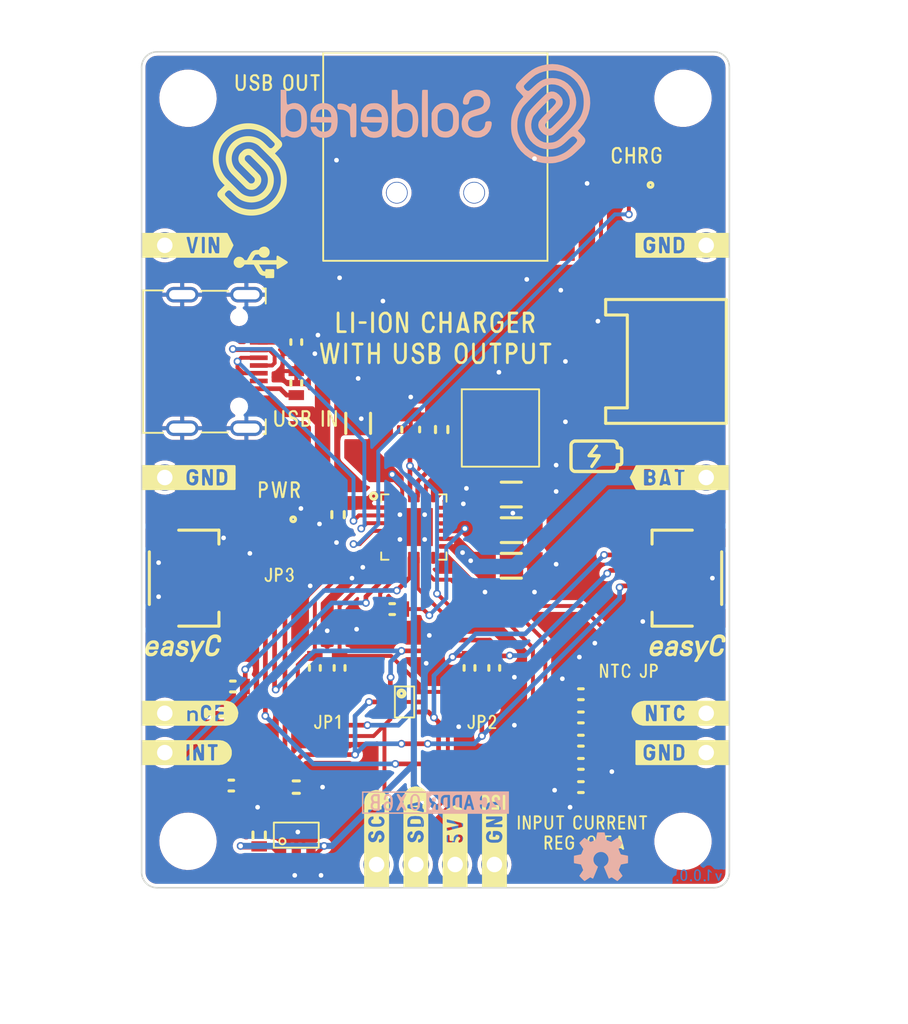
<source format=kicad_pcb>
(kicad_pcb (version 20210623) (generator pcbnew)
  (layers (0 "F.Cu" signal) (31 "B.Cu" signal) (34 "B.Paste" user) (35 "F.Paste" user) (36 "B.SilkS" user "B.Silkscreen") (37 "F.SilkS" user "F.Silkscreen") (38 "B.Mask" user) (39 "F.Mask" user) (44 "Edge.Cuts" user))
  (net 0 "")
  (net 1 "GND")
  (net 2 "VCC")
  (net 3 "PMID")
  (net 4 "REGN")
  (net 5 "Net-(C4-Pad2)")
  (net 6 "BAT")
  (net 7 "SYS")
  (net 8 "3V3")
  (net 9 "Net-(D1-Pad2)")
  (net 10 "Net-(D2-Pad1)")
  (net 11 "SCL_PULL5")
  (net 12 "SDA_PULL5")
  (net 13 "TS")
  (net 14 "Net-(JP2-Pad2)")
  (net 15 "SCL_PULL3,3")
  (net 16 "SDA_PULL3,3")
  (net 17 "ILIM")
  (net 18 "Net-(K4-PadA5)")
  (net 20 "Net-(K4-PadB5)")
  (net 22 "SCL3,3")
  (net 23 "SDA3,3")
  (net 24 "SDA5")
  (net 25 "SCL5")
  (net 26 "nCE")
  (net 27 "INT")
  (net 28 "Net-(K12-Pad2)")
  (net 29 "OTG")
  (net 30 "STAT")
  (net 31 "D+")
  (net 32 "D-")
  (net 33 "QON")
  (net 34 "BTST")
  (net 36 "Net-(JP4-Pad1)")
  (net 37 "Net-(JP5-Pad1)")
  (net 38 "Net-(JP6-Pad2)")
  (footprint "Soldered Graphics:Symbol-Front-USB" (layer "F.Cu") (at 97.7 99.6 -90)
    (fp_text reference "G***" hide)
    (fp_text value "LOGO" hide)
  )
  (footprint "e-radionica.com footprinti:SOT-363" (layer "F.Cu") (at 107 128)
    (fp_text reference "U1")
    (fp_text value "NMOS-DUAL")
  )
  (footprint "e-radionica.com footprinti:0603C" (layer "F.Cu") (at 109.4 110.4 90)
    (fp_text reference "C4")
    (fp_text value "CL10B473KO8NNNC")
  )
  (footprint "Soldered Graphics:Logo-Back-OSH-3.5mm" (layer "F.Cu") (at 119.7 138)
    (fp_text reference "G***" hide)
    (fp_text value "LOGO" hide)
  )
  (footprint "e-radionica.com footprinti:0603R" (layer "F.Cu") (at 100 107.4 90)
    (fp_text reference "R12")
    (fp_text value "5.1k")
  )
  (footprint "e-radionica.com footprinti:0603R" (layer "F.Cu") (at 101.2 125.8 90)
    (fp_text reference "R3")
    (fp_text value "10k")
  )
  (footprint "e-radionica.com footprinti:USB_A_FEMALE_CONECTOR" (layer "F.Cu") (at 109 99.5 180)
    (fp_text reference "K12")
    (fp_text value "USB_A_FEMALE_CONNECTOR")
  )
  (footprint "e-radionica.com footprinti:0603R" (layer "F.Cu") (at 100 104.75 -90)
    (fp_text reference "R14")
    (fp_text value "5.1k")
  )
  (footprint "e-radionica.com footprinti:0402LED" (layer "F.Cu") (at 98.9 115.6)
    (fp_text reference "D2")
    (fp_text value "purple")
  )
  (footprint "buzzardLabel" (layer "F.Cu") (at 128.4 113.5)
    (fp_text reference "")
    (fp_text value "")
  )
  (footprint "e-radionica.com footprinti:HEADER_MALE_4X1" (layer "F.Cu") (at 109 138.5 180)
    (fp_text reference "K6")
    (fp_text value "HEADER_MALE_4X1")
  )
  (footprint "e-radionica.com footprinti:U262-161N-4BVC11" (layer "F.Cu") (at 95.1 106 -90)
    (fp_text reference "K4")
    (fp_text value "U262-161N-4BVC11")
  )
  (footprint "e-radionica.com footprinti:0603R" (layer "F.Cu") (at 118.4 133.5 180)
    (fp_text reference "R15")
    (fp_text value "1k")
  )
  (footprint "buzzardLabel" (layer "F.Cu") (at 98.9 119.8)
    (fp_text reference "")
    (fp_text value "")
  )
  (footprint "e-radionica.com footprinti:SMD_JUMPER_3_PAD_TRACE" (layer "F.Cu") (at 112 128)
    (fp_text reference "JP3")
    (fp_text value "SMD_JUMPER_3_PAD_TRACE")
  )
  (footprint "buzzardLabel" (layer "F.Cu") (at 98.9 114.3)
    (fp_text reference "")
    (fp_text value "")
  )
  (footprint "e-radionica.com footprinti:BQ24295RGET" (layer "F.Cu") (at 107.6 116.7)
    (fp_text reference "U2")
    (fp_text value "BQ24295_RGET")
  )
  (footprint "e-radionica.com footprinti:SMD-JUMPER-CONNECTED_TRACE_SLODERMASK" (layer "F.Cu") (at 98.9 118.5)
    (fp_text reference "JP6")
    (fp_text value "SMD-JUMPER-CONNECTED_TRACE_SLODERMASK")
  )
  (footprint "e-radionica.com footprinti:0402LED" (layer "F.Cu") (at 122 94)
    (fp_text reference "D1")
    (fp_text value "red")
  )
  (footprint "Soldered Graphics:Logo-Front-easyC-5mm" (layer "F.Cu") (at 92.7 124.5)
    (fp_text reference "G***" hide)
    (fp_text value "LOGO" hide)
  )
  (footprint "e-radionica.com footprinti:FIDUCIAL_23" (layer "F.Cu") (at 109 90)
    (fp_text reference "FD1")
    (fp_text value "FIDUCIAL")
  )
  (footprint "e-radionica.com footprinti:SMD_JUMPER" (layer "F.Cu") (at 120 138.5 -90)
    (fp_text reference "JP5")
    (fp_text value "SMD_JUMPER")
  )
  (footprint "buzzardLabel" (layer "F.Cu") (at 109 105.5)
    (fp_text reference "")
    (fp_text value "")
  )
  (footprint "e-radionica.com footprinti:1206C" (layer "F.Cu") (at 104 110 -90)
    (fp_text reference "C2")
    (fp_text value "EMK316BB7226ML-T")
  )
  (footprint "e-radionica.com footprinti:HEADER_MALE_2X1" (layer "F.Cu") (at 126.5 130 -90)
    (fp_text reference "K1")
    (fp_text value "HEADER_MALE_2X1")
  )
  (footprint "e-radionica.com footprinti:HEADER_MALE_1X1" (layer "F.Cu") (at 91.5 98.5)
    (fp_text reference "K2")
    (fp_text value "HEADER_MALE_1X1")
  )
  (footprint "e-radionica.com footprinti:HOLE_3.2mm" (layer "F.Cu") (at 93 137)
    (fp_text reference "H1" hide)
    (fp_text value "HOLE_3.2mm" hide)
  )
  (footprint "buzzardLabel" (layer "F.Cu") (at 122 92.7)
    (fp_text reference "")
    (fp_text value "")
  )
  (footprint "e-radionica.com footprinti:HOLE_3.2mm" (layer "F.Cu") (at 93 89)
    (fp_text reference "H2" hide)
    (fp_text value "HOLE_3.2mm" hide)
  )
  (footprint "e-radionica.com footprinti:0402R" (layer "F.Cu") (at 122 95.5 180)
    (fp_text reference "R11")
    (fp_text value "2k2")
  )
  (footprint "e-radionica.com footprinti:JST-2pin-SMD" (layer "F.Cu") (at 123 106 -90)
    (fp_text reference "K7")
    (fp_text value "JST-2pin-SMD")
  )
  (footprint "e-radionica.com footprinti:easyC-connector" (layer "F.Cu") (at 124.7 120 -90)
    (fp_text reference "K5")
    (fp_text value "easyC-SMD")
  )
  (footprint "e-radionica.com footprinti:HEADER_MALE_1X1" (layer "F.Cu") (at 91.5 113.5)
    (fp_text reference "K3")
    (fp_text value "HEADER_MALE_1X1")
  )
  (footprint "buzzardLabel" (layer "F.Cu") (at 128.4 131.27)
    (fp_text reference "")
    (fp_text value "")
  )
  (footprint "buzzardLabel" (layer "F.Cu") (at 98.8 88)
    (fp_text reference "")
    (fp_text value "")
  )
  (footprint "e-radionica.com footprinti:0603R" (layer "F.Cu") (at 102.8 125.8 -90)
    (fp_text reference "R6")
    (fp_text value "10k")
  )
  (footprint "buzzardLabel" (layer "F.Cu") (at 118.5 135.8)
    (fp_text reference "")
    (fp_text value "")
  )
  (footprint "e-radionica.com footprinti:HOLE_3.2mm" (layer "F.Cu") (at 125 89)
    (fp_text reference "H4" hide)
    (fp_text value "HOLE_3.2mm" hide)
  )
  (footprint "buzzardLabel" (layer "F.Cu") (at 117 137.1)
    (fp_text reference "")
    (fp_text value "")
  )
  (footprint "buzzardLabel" (layer "F.Cu") (at 110.27 140.4 90)
    (fp_text reference "")
    (fp_text value "")
  )
  (footprint "e-radionica.com footprinti:1206C" (layer "F.Cu") (at 113.9 116.9 180)
    (fp_text reference "C7")
    (fp_text value "CL31B106MOHNNNE")
  )
  (footprint "buzzardLabel" (layer "F.Cu") (at 100.6 109.7)
    (fp_text reference "")
    (fp_text value "")
  )
  (footprint "buzzardLabel" (layer "F.Cu") (at 89.6 131.27)
    (fp_text reference "")
    (fp_text value "")
  )
  (footprint "e-radionica.com footprinti:easyC-connector" (layer "F.Cu") (at 93.3 120 90)
    (fp_text reference "K11")
    (fp_text value "easyC-SMD")
  )
  (footprint "e-radionica.com footprinti:HOLE_3.2mm" (layer "F.Cu") (at 125 137)
    (fp_text reference "H3" hide)
    (fp_text value "HOLE_3.2mm" hide)
  )
  (footprint "e-radionica.com footprinti:SRN5020TA-2R2M" (layer "F.Cu") (at 113.2 110.3)
    (fp_text reference "L1")
    (fp_text value "SRN5020TA__2R2M")
  )
  (footprint "buzzardLabel" (layer "F.Cu") (at 120 137.1)
    (fp_text reference "")
    (fp_text value "")
  )
  (footprint "buzzardLabel" (layer "F.Cu") (at 112 129.3)
    (fp_text reference "")
    (fp_text value "")
  )
  (footprint "e-radionica.com footprinti:0603R" (layer "F.Cu") (at 106.2 122 180)
    (fp_text reference "R10")
    (fp_text value "10k")
  )
  (footprint "e-radionica.com footprinti:0603R" (layer "F.Cu") (at 95.8 133.4 180)
    (fp_text reference "R9")
    (fp_text value "10k")
  )
  (footprint "e-radionica.com footprinti:HEADER_MALE_2X1" (layer "F.Cu") (at 91.5 130 -90)
    (fp_text reference "K10")
    (fp_text value "HEADER_MALE_2X1")
  )
  (footprint "e-radionica.com footprinti:SOT-23-5" (layer "F.Cu") (at 100 136.6 90)
    (fp_text reference "U3")
    (fp_text value "SE5218")
  )
  (footprint "Soldered Graphics:Logo-Back-SolderedFULL-20mm" (layer "F.Cu") (at 109 90)
    (fp_text reference "REF**" hide)
    (fp_text value "Logo-Front-SolderedFULL-20mm" hide)
  )
  (footprint "buzzardLabel" (layer "F.Cu") (at 128.4 128.73)
    (fp_text reference "")
    (fp_text value "")
  )
  (footprint "buzzardLabel" (layer "F.Cu") (at 89.6 128.73)
    (fp_text reference "")
    (fp_text value "")
  )
  (footprint "e-radionica.com footprinti:0603R" (layer "F.Cu") (at 118.4 132)
    (fp_text reference "R13")
    (fp_text value "150R")
  )
  (footprint "Soldered Graphics:Symbol-Front-Battery" (layer "F.Cu") (at 119.4 112.2)
    (fp_text reference "G***" hide)
    (fp_text value "LOGO" hide)
  )
  (footprint "e-radionica.com footprinti:0805C" (layer "F.Cu") (at 107.4 110.4 -90)
    (fp_text reference "C3")
    (fp_text value "GRM21BR71C475KE51K")
  )
  (footprint "e-radionica.com footprinti:0603R" (layer "F.Cu") (at 95.9 127 180)
    (fp_text reference "R8")
    (fp_text value "10k")
  )
  (footprint "buzzardLabel" (layer "F.Cu") (at 112.81 140.4 90)
    (fp_text reference "")
    (fp_text value "")
  )
  (footprint "buzzardLabel" (layer "F.Cu") (at 105.19 140.4 90)
    (fp_text reference "")
    (fp_text value "")
  )
  (footprint "e-radionica.com footprinti:0603R" (layer "F.Cu") (at 118.4 127.5 180)
    (fp_text reference "R5")
    (fp_text value "10k")
  )
  (footprint "Soldered Graphics:Logo-Front-easyC-5mm" (layer "F.Cu") (at 125.3 124.5)
    (fp_text reference "G***" hide)
    (fp_text value "LOGO" hide)
  )
  (footprint "e-radionica.com footprinti:1206C" (layer "F.Cu") (at 113.9 119.2 180)
    (fp_text reference "C5")
    (fp_text value "CL31B106MOHNNNE")
  )
  (footprint "buzzardLabel" (layer "F.Cu") (at 128.4 98.5)
    (fp_text reference "")
    (fp_text value "")
  )
  (footprint "buzzardLabel" (layer "F.Cu") (at 121.5 126)
    (fp_text reference "")
    (fp_text value "")
  )
  (footprint "Soldered Graphics:Logo-Front-Soldered-6mm" (layer "F.Cu") (at 97 93.6)
    (fp_text reference "G***" hide)
    (fp_text value "LOGO" hide)
  )
  (footprint "buzzardLabel" (layer "F.Cu") (at 107.73 140.4 90)
    (fp_text reference "")
    (fp_text value "")
  )
  (footprint "e-radionica.com footprinti:0603R" (layer "F.Cu") (at 118.4 129 180)
    (fp_text reference "R4")
    (fp_text value "33k")
  )
  (footprint "e-radionica.com footprinti:0603C" (layer "F.Cu") (at 97.6 136.6 -90)
    (fp_text reference "C8")
    (fp_text value "2.2uF")
  )
  (footprint "buzzardLabel" (layer "F.Cu") (at 102 129.3)
    (fp_text reference "")
    (fp_text value "")
  )
  (footprint "e-radionica.com footprinti:0603R" (layer "F.Cu") (at 118.4 130.5)
    (fp_text reference "R1")
    (fp_text value "5k")
  )
  (footprint "e-radionica.com footprinti:HEADER_MALE_1X1" (layer "F.Cu") (at 126.5 113.5)
    (fp_text reference "K8")
    (fp_text value "HEADER_MALE_1X1")
  )
  (footprint "e-radionica.com footprinti:HEADER_MALE_1X1" (layer "F.Cu") (at 126.5 98.5)
    (fp_text reference "K9")
    (fp_text value "HEADER_MALE_1X1")
  )
  (footprint "e-radionica.com footprinti:SMD_JUMPER_3_PAD_TRACE" (layer "F.Cu") (at 102 128)
    (fp_text reference "JP1")
    (fp_text value "SMD_JUMPER_3_PAD_TRACE")
  )
  (footprint "buzzardLabel" (layer "F.Cu") (at 89.6 113.5)
    (fp_text reference "")
    (fp_text value "")
  )
  (footprint "buzzardLabel" (layer "F.Cu") (at 89.6 98.5)
    (fp_text reference "")
    (fp_text value "")
  )
  (footprint "e-radionica.com footprinti:0603R" (layer "F.Cu") (at 112.8 125.8 90)
    (fp_text reference "R2")
    (fp_text value "10k")
  )
  (footprint "e-radionica.com footprinti:0603C" (layer "F.Cu") (at 102.7 115.9 90)
    (fp_text reference "C1")
    (fp_text value "CL10B105KO8NNNL")
  )
  (footprint "e-radionica.com footprinti:1206C" (layer "F.Cu") (at 113.9 114.6 180)
    (fp_text reference "C6")
    (fp_text value "CL31B106MOHNNNE")
  )
  (footprint "e-radionica.com footprinti:0402R" (layer "F.Cu") (at 98.9 116.9 180)
    (fp_text reference "R16")
    (fp_text value "2k2")
  )
  (footprint "e-radionica.com footprinti:0603C" (layer "F.Cu") (at 100 133.5 180)
    (fp_text reference "C9")
    (fp_text value "2.2uF")
  )
  (footprint "e-radionica.com footprinti:0603R" (layer "F.Cu") (at 111.2 125.8 -90)
    (fp_text reference "R7")
    (fp_text value "10k")
  )
  (footprint "e-radionica.com footprinti:SMD_JUMPER_CONNECTED" (layer "F.Cu") (at 117 138.5 -90)
    (fp_text reference "JP4")
    (fp_text value "SMD-JUMPER-CONNECTED")
  )
  (footprint "buzzardLabel" (layer "F.Cu") (at 109 103.5)
    (fp_text reference "")
    (fp_text value "")
  )
  (footprint "e-radionica.com footprinti:SMD-JUMPER-CONNECTED_TRACE_SLODERMASK" (layer "F.Cu") (at 121.5 127.2 180)
    (fp_text reference "JP2")
    (fp_text value "SMD-JUMPER-CONNECTED_TRACE_SLODERMASK")
  )
  (footprint "Soldered Graphics:Version1.0.0." (layer "B.Cu") (at 126 139.2 180)
    (fp_text reference "Ref**" hide)
    (fp_text value "Val**" hide)
  )
  (footprint "buzzardLabel" (layer "B.Cu") (at 106.4 134.5 180)
    (fp_text reference "")
    (fp_text value "")
  )
  (footprint "Soldered Graphics:Symbol-Front-I2C-ADDR-Field" (layer "B.Cu") (at 109 134.5 180)
    (fp_text reference "REF**" hide)
    (fp_text value "Symbol-Front-I2C-ADDR-Field" hide)
  )
  (gr_line (start 128 87) (end 128 139) (layer "Edge.Cuts") (width 0.1))
  (gr_line (start 91 86) (end 127 86) (layer "Edge.Cuts") (width 0.1))
  (gr_arc (start 91 87) (end 91 86) (angle -90) (layer "Edge.Cuts") (width 0.1))
  (gr_arc (start 91 139) (end 91 140) (angle 90) (layer "Edge.Cuts") (width 0.1))
  (gr_line (start 90 139) (end 90 87) (layer "Edge.Cuts") (width 0.1))
  (gr_line (start 127 140) (end 91 140) (layer "Edge.Cuts") (width 0.1))
  (gr_arc (start 127 139) (end 127 140) (angle -90) (layer "Edge.Cuts") (width 0.1))
  (gr_arc (start 127 87) (end 127 86) (angle 90) (layer "Edge.Cuts") (width 0.1))
  (via (at 119.3 124.2) (size 0.5) (drill 0.3) (layers "F.Cu" "B.Cu") (net 1))
  (via (at 115.4 120.9) (size 0.5) (drill 0.3) (layers "F.Cu" "B.Cu") (net 1))
  (via (at 118.8 94.5) (size 0.5) (drill 0.3) (layers "F.Cu" "B.Cu") (net 1))
  (via (at 106.7 117.5) (size 0.5) (drill 0.3) (layers "F.Cu" "B.Cu") (net 1))
  (via (at 107.4 108.3) (size 0.5) (drill 0.3) (layers "F.Cu" "B.Cu") (net 1))
  (via (at 95.3 117.4) (size 0.5) (drill 0.3) (layers "F.Cu" "B.Cu") (net 1))
  (via (at 102.6 93) (size 0.5) (drill 0.3) (layers "F.Cu" "B.Cu") (net 1))
  (via (at 99.9 139.2) (size 0.5) (drill 0.3) (layers "F.Cu" "B.Cu") (net 1))
  (via (at 111 114.2) (size 0.5) (drill 0.3) (layers "F.Cu" "B.Cu") (net 1))
  (via (at 114.1 126.4) (size 0.5) (drill 0.3) (layers "F.Cu" "B.Cu") (net 1))
  (via (at 110.5 129.6) (size 0.5) (drill 0.3) (layers "F.Cu" "B.Cu") (net 1))
  (via (at 91.1 121.2) (size 0.5) (drill 0.3) (layers "F.Cu" "B.Cu") (net 1))
  (via (at 108.3 117.5) (size 0.5) (drill 0.3) (layers "F.Cu" "B.Cu") (net 1))
  (via (at 102 123.4) (size 0.5) (drill 0.3) (layers "F.Cu" "B.Cu") (net 1))
  (via (at 113.1 106.7) (size 0.5) (drill 0.3) (layers "F.Cu" "B.Cu") (net 1))
  (via (at 106.7 115.9) (size 0.5) (drill 0.3) (layers "F.Cu" "B.Cu") (net 1))
  (via (at 117.4 109.9) (size 0.5) (drill 0.3) (layers "F.Cu" "B.Cu") (net 1))
  (via (at 100.1 136.4) (size 0.5) (drill 0.3) (layers "F.Cu" "B.Cu") (net 1))
  (via (at 101.5 116.5) (size 0.5) (drill 0.3) (layers "F.Cu" "B.Cu") (net 1))
  (via (at 104.3 119.3) (size 0.5) (drill 0.3) (layers "F.Cu" "B.Cu") (net 1))
  (via (at 110.8 115.2) (size 0.5) (drill 0.3) (layers "F.Cu" "B.Cu") (net 1))
  (via (at 105.6 102.1) (size 0.5) (drill 0.3) (layers "F.Cu" "B.Cu") (net 1))
  (via (at 103.9 123.3) (size 0.5) (drill 0.3) (layers "F.Cu" "B.Cu") (net 1))
  (via (at 100.9 120.5) (size 0.5) (drill 0.3) (layers "F.Cu" "B.Cu") (net 1))
  (via (at 118.3 125.1) (size 0.5) (drill 0.3) (layers "F.Cu" "B.Cu") (net 1))
  (via (at 101.7 133.5) (size 0.5) (drill 0.3) (layers "F.Cu" "B.Cu") (net 1))
  (via (at 117.1 101.4) (size 0.5) (drill 0.3) (layers "F.Cu" "B.Cu") (net 1))
  (via (at 119.5 103.4) (size 0.5) (drill 0.3) (layers "F.Cu" "B.Cu") (net 1))
  (via (at 114.1 129.5) (size 0.5) (drill 0.3) (layers "F.Cu" "B.Cu") (net 1))
  (via (at 100.3 115.5) (size 0.5) (drill 0.3) (layers "F.Cu" "B.Cu") (net 1))
  (via (at 112.2 120.9) (size 0.5) (drill 0.3) (layers "F.Cu" "B.Cu") (net 1))
  (via (at 116.8 112.7) (size 0.5) (drill 0.3) (layers "F.Cu" "B.Cu") (net 1))
  (via (at 102.8 100.6) (size 0.5) (drill 0.3) (layers "F.Cu" "B.Cu") (net 1))
  (via (at 108.4 125.5) (size 0.5) (drill 0.3) (layers "F.Cu" "B.Cu") (net 1))
  (via (at 101.6 139.2) (size 0.5) (drill 0.3) (layers "F.Cu" "B.Cu") (net 1))
  (via (at 104.2 109.7) (size 0.5) (drill 0.3) (layers "F.Cu" "B.Cu") (net 1))
  (via (at 114 115.8) (size 0.5) (drill 0.3) (layers "F.Cu" "B.Cu") (net 1))
  (via (at 117.7 134.8) (size 0.5) (drill 0.3) (layers "F.Cu" "B.Cu") (net 1))
  (via (at 91.1 119) (size 0.5) (drill 0.3) (layers "F.Cu" "B.Cu") (net 1))
  (via (at 117.2 126.5) (size 0.5) (drill 0.3) (layers "F.Cu" "B.Cu") (net 1))
  (via (at 116.8 114.4) (size 0.5) (drill 0.3) (layers "F.Cu" "B.Cu") (net 1))
  (via (at 101.4 104.3) (size 0.5) (drill 0.3) (layers "F.Cu" "B.Cu") (net 1))
  (via (at 117.4 106) (size 0.5) (drill 0.3) (layers "F.Cu" "B.Cu") (net 1))
  (via (at 103.6 120) (size 0.5) (drill 0.3) (layers "F.Cu" "B.Cu") (net 1))
  (via (at 116.8 119.1) (size 0.5) (drill 0.3) (layers "F.Cu" "B.Cu") (net 1))
  (via (at 116.7 133.7) (size 0.5) (drill 0.3) (layers "F.Cu" "B.Cu") (net 1))
  (via (at 114.9 100.7) (size 0.5) (drill 0.3) (layers "F.Cu" "B.Cu") (net 1))
  (via (at 122.4 122.8) (size 0.5) (drill 0.3) (layers "F.Cu" "B.Cu") (net 1))
  (via (at 108.6 123.7) (size 0.5) (drill 0.3) (layers "F.Cu" "B.Cu") (net 1))
  (via (at 108.3 115.9) (size 0.5) (drill 0.3) (layers "F.Cu" "B.Cu") (net 1))
  (via (at 97.5 134.8) (size 0.5) (drill 0.3) (layers "F.Cu" "B.Cu") (net 1))
  (via (at 120.4 132.5) (size 0.5) (drill 0.3) (layers "F.Cu" "B.Cu") (net 1))
  (via (at 126.9 120) (size 0.5) (drill 0.3) (layers "F.Cu" "B.Cu") (net 1))
  (via (at 97 118.4) (size 0.5) (drill 0.3) (layers "F.Cu" "B.Cu") (net 1))
  (via (at 102.6 117.7) (size 0.5) (drill 0.3) (layers "F.Cu" "B.Cu") (net 1))
  (via (at 104 107.1) (size 0.5) (drill 0.3) (layers "F.Cu" "B.Cu") (net 1))
  (via (at 115.4 92.9) (size 0.5) (drill 0.3) (layers "F.Cu" "B.Cu") (net 1))
  (via (at 101.2 105.5) (size 0.5) (drill 0.3) (layers "F.Cu" "B.Cu") (net 1))
  (segment (start 102.8 103.2) (end 102.8 106) (width 1) (layer "F.Cu") (net 2))
  (segment (start 101.7 114.17) (end 101.7 110.2) (width 1) (layer "F.Cu") (net 2))
  (segment (start 102.8 106) (end 101.7 107.1) (width 1) (layer "F.Cu") (net 2))
  (segment (start 91.5 98.5) (end 97 98.5) (width 1) (layer "F.Cu") (net 2))
  (segment (start 101.7 110.2) (end 101.7 110.1) (width 1) (layer "F.Cu") (net 2))
  (segment (start 97 98.5) (end 99.8 101.3) (width 1) (layer "F.Cu") (net 2))
  (segment (start 100.9 101.3) (end 102.8 103.2) (width 1) (layer "F.Cu") (net 2))
  (segment (start 99.8 101.3) (end 100.9 101.3) (width 1) (layer "F.Cu") (net 2))
  (segment (start 102.7 115.17) (end 101.7 114.17) (width 1) (layer "F.Cu") (net 2))
  (segment (start 101.7 107.1) (end 101.7 110.2) (width 1) (layer "F.Cu") (net 2))
  (segment (start 105.75 108.1) (end 112.5 101.35) (width 1) (layer "F.Cu") (net 3))
  (segment (start 97.6 137.33) (end 98.48 137.33) (width 0.4) (layer "F.Cu") (net 3))
  (segment (start 97.6 137.33) (end 96.43 137.33) (width 0.4) (layer "F.Cu") (net 3))
  (segment (start 100.95 137.9) (end 101.2 137.9) (width 0.254) (layer "F.Cu") (net 3))
  (segment (start 104.825 111.525) (end 105.75 110.6) (width 1) (layer "F.Cu") (net 3))
  (segment (start 98.48 137.33) (end 99.05 137.9) (width 0.4) (layer "F.Cu") (net 3))
  (segment (start 101.2 137.9) (end 101.8 137.3) (width 0.254) (layer "F.Cu") (net 3))
  (segment (start 112.5 101.35) (end 112.5 99.5) (width 1) (layer "F.Cu") (net 3))
  (segment (start 102.6 129.5) (end 102 128.9) (width 0.3) (layer "F.Cu") (net 3))
  (segment (start 104 111.525) (end 104.825 111.525) (width 1) (layer "F.Cu") (net 3))
  (segment (start 96.43 137.33) (end 96.4 137.3) (width 0.4) (layer "F.Cu") (net 3))
  (segment (start 102 128.9) (end 102 128) (width 0.3) (layer "F.Cu") (net 3))
  (segment (start 105.75 110.6) (end 105.75 108.1) (width 1) (layer "F.Cu") (net 3))
  (segment (start 104.6 129.5) (end 102.6 129.5) (width 0.3) (layer "F.Cu") (net 3))
  (via (at 101.8 137.3) (size 0.5) (drill 0.3) (layers "F.Cu" "B.Cu") (net 3))
  (via (at 104.6 129.5) (size 0.5) (drill 0.3) (layers "F.Cu" "B.Cu") (net 3))
  (via (at 96.4 137.3) (size 0.5) (drill 0.3) (layers "F.Cu" "B.Cu") (net 3))
  (via (at 106.2 113.3) (size 0.5) (drill 0.3) (layers "F.Cu" "B.Cu") (net 3))
  (segment (start 110.27 136.07) (end 107.7 133.5) (width 0.4) (layer "B.Cu") (net 3))
  (segment (start 107.6 114.7) (end 106.2 113.3) (width 0.4) (layer "B.Cu") (net 3))
  (segment (start 102.3 137.3) (end 107.6 132) (width 0.4) (layer "B.Cu") (net 3))
  (segment (start 110.27 138.5) (end 110.27 136.07) (width 0.4) (layer "B.Cu") (net 3))
  (segment (start 107.6 128.5) (end 107.6 114.7) (width 0.4) (layer "B.Cu") (net 3))
  (segment (start 107.6 132) (end 107.6 128.5) (width 0.4) (layer "B.Cu") (net 3))
  (segment (start 107.7 133.5) (end 107.6 133.4) (width 0.4) (layer "B.Cu") (net 3))
  (segment (start 96.4 137.3) (end 101.8 137.3) (width 0.4) (layer "B.Cu") (net 3))
  (segment (start 104.6 129.5) (end 106.6 129.5) (width 0.3) (layer "B.Cu") (net 3))
  (segment (start 106.6 129.5) (end 107.6 128.5) (width 0.3) (layer "B.Cu") (net 3))
  (segment (start 101.8 137.3) (end 102.3 137.3) (width 0.4) (layer "B.Cu") (net 3))
  (segment (start 107.6 133.4) (end 107.6 132) (width 0.4) (layer "B.Cu") (net 3))
  (segment (start 107.35 112.75) (end 107.35 111.425) (width 0.3) (layer "F.Cu") (net 4))
  (segment (start 109.1 121) (end 110.4 122.3) (width 0.254) (layer "F.Cu") (net 4))
  (segment (start 114.3 122.3) (end 116.1 124.1) (width 0.254) (layer "F.Cu") (net 4))
  (segment (start 116.1 129.9) (end 116.7 130.5) (width 0.254) (layer "F.Cu") (net 4))
  (segment (start 107.35 111.425) (end 107.3 111.375) (width 0.3) (layer "F.Cu") (net 4))
  (segment (start 116.7 130.5) (end 117.625 130.5) (width 0.254) (layer "F.Cu") (net 4))
  (segment (start 116.1 124.1) (end 116.1 129.9) (width 0.254) (layer "F.Cu") (net 4))
  (segment (start 110.4 122.3) (end 114.3 122.3) (width 0.254) (layer "F.Cu") (net 4))
  (segment (start 107.35 114.7125) (end 107.35 112.75) (width 0.3) (layer "F.Cu") (net 4))
  (via (at 109.1 121) (size 0.5) (drill 0.3) (layers "F.Cu" "B.Cu") (net 4))
  (via (at 107.35 112.75) (size 0.5) (drill 0.3) (layers "F.Cu" "B.Cu") (net 4))
  (segment (start 109.1 114.5) (end 107.35 112.75) (width 0.254) (layer "B.Cu") (net 4))
  (segment (start 109.1 121) (end 109.1 114.5) (width 0.254) (layer "B.Cu") (net 4))
  (segment (start 110.77 109.67) (end 111.4 110.3) (width 0.8) (layer "F.Cu") (net 5))
  (segment (start 109.4 109.67) (end 110.77 109.67) (width 0.8) (layer "F.Cu") (net 5))
  (segment (start 119.85 108.85) (end 119.85 107) (width 1) (layer "F.Cu") (net 6))
  (segment (start 124.5 113.5) (end 119.85 108.85) (width 1) (layer "F.Cu") (net 6))
  (segment (start 126.5 113.5) (end 124.5 113.5) (width 1) (layer "F.Cu") (net 6))
  (via (at 110.75 118.35) (size 0.5) (drill 0.3) (layers "F.Cu" "B.Cu") (net 6))
  (via (at 111.275 118.875) (size 0.5) (drill 0.3) (layers "F.Cu" "B.Cu") (net 6))
  (segment (start 111.65 119.25) (end 110.75 118.35) (width 1) (layer "B.Cu") (net 6))
  (segment (start 126.5 113.5) (end 119.9 113.5) (width 1) (layer "B.Cu") (net 6))
  (segment (start 119.9 113.5) (end 114.15 119.25) (width 1) (layer "B.Cu") (net 6))
  (segment (start 114.15 119.25) (end 111.65 119.25) (width 1) (layer "B.Cu") (net 6))
  (segment (start 112.375 116.9) (end 112.375 114.6) (width 1) (layer "F.Cu") (net 7))
  (segment (start 121.45 94) (end 120.9 94) (width 0.254) (layer "F.Cu") (net 7))
  (segment (start 115 104.9) (end 115 110.3) (width 0.254) (layer "F.Cu") (net 7))
  (segment (start 108.2 122) (end 106.975 122) (width 0.254) (layer "F.Cu") (net 7))
  (segment (start 120.9 94) (end 119.7 95.2) (width 0.254) (layer "F.Cu") (net 7))
  (segment (start 119.7 100.2) (end 115 104.9) (width 0.254) (layer "F.Cu") (net 7))
  (segment (start 119.7 95.2) (end 119.7 100.2) (width 0.254) (layer "F.Cu") (net 7))
  (segment (start 115 110.3) (end 115 111.85) (width 1) (layer "F.Cu") (net 7))
  (segment (start 112.375 114.475) (end 112.375 114.6) (width 1) (layer "F.Cu") (net 7))
  (segment (start 115 111.85) (end 112.375 114.475) (width 1) (layer "F.Cu") (net 7))
  (segment (start 108.6 122.4) (end 108.2 122) (width 0.254) (layer "F.Cu") (net 7))
  (via (at 108.6 122.4) (size 0.5) (drill 0.3) (layers "F.Cu" "B.Cu") (net 7))
  (via (at 110.9 116.8) (size 0.5) (drill 0.3) (layers "F.Cu" "B.Cu") (net 7))
  (segment (start 108.6 122.4) (end 109.7 121.3) (width 0.254) (layer "B.Cu") (net 7))
  (segment (start 109.7 121.3) (end 109.7 118) (width 0.254) (layer "B.Cu") (net 7))
  (segment (start 109.7 118) (end 110.9 116.8) (width 0.254) (layer "B.Cu") (net 7))
  (segment (start 120.9 120.6) (end 121 120.5) (width 0.3) (layer "F.Cu") (net 8))
  (segment (start 107.92 128) (end 106.08 128) (width 0.254) (layer "F.Cu") (net 8))
  (segment (start 96.575 133.4) (end 99.17 133.4) (width 0.3) (layer "F.Cu") (net 8))
  (segment (start 99.27 132.53) (end 99.27 121.07) (width 0.3) (layer "F.Cu") (net 8))
  (segment (start 99.27 121.07) (end 98.55 120.35) (width 0.3) (layer "F.Cu") (net 8))
  (segment (start 98.55 120.35) (end 97.7 119.5) (width 0.3) (layer "F.Cu") (net 8))
  (segment (start 100.4 131.4) (end 99.27 132.53) (width 0.3) (layer "F.Cu") (net 8))
  (segment (start 99.27 132.53) (end 99.27 133.5) (width 0.3) (layer "F.Cu") (net 8))
  (segment (start 104.7 128) (end 106.08 128) (width 0.3) (layer "F.Cu") (net 8))
  (segment (start 121 120.5) (end 122.85 120.5) (width 0.3) (layer "F.Cu") (net 8))
  (segment (start 112 130.2) (end 112 128) (width 0.3) (layer "F.Cu") (net 8))
  (segment (start 108.5 130.7) (end 106.8 130.7) (width 0.3) (layer "F.Cu") (net 8))
  (segment (start 99.05 135.3) (end 99.05 133.72) (width 0.4) (layer "F.Cu") (net 8))
  (segment (start 98.55 120.35) (end 98.55 118.5) (width 0.3) (layer "F.Cu") (net 8))
  (segment (start 103.8 131.4) (end 100.4 131.4) (width 0.3) (layer "F.Cu") (net 8))
  (segment (start 99.05 133.72) (end 99.27 133.5) (width 0.4) (layer "F.Cu") (net 8))
  (segment (start 97.7 119.5) (end 95.45 119.5) (width 0.3) (layer "F.Cu") (net 8))
  (segment (start 99.17 133.4) (end 99.27 133.5) (width 0.3) (layer "F.Cu") (net 8))
  (via (at 103.8 131.4) (size 0.5) (drill 0.3) (layers "F.Cu" "B.Cu") (net 8))
  (via (at 120.9 120.6) (size 0.5) (drill 0.3) (layers "F.Cu" "B.Cu") (net 8))
  (via (at 112 130.2) (size 0.5) (drill 0.3) (layers "F.Cu" "B.Cu") (net 8))
  (via (at 108.5 130.7) (size 0.5) (drill 0.3) (layers "F.Cu" "B.Cu") (net 8))
  (via (at 106.8 130.7) (size 0.5) (drill 0.3) (layers "F.Cu" "B.Cu") (net 8))
  (via (at 104.7 128) (size 0.5) (drill 0.3) (layers "F.Cu" "B.Cu") (net 8))
  (segment (start 104.5 130.7) (end 106.8 130.7) (width 0.3) (layer "B.Cu") (net 8))
  (segment (start 120.9 120.6) (end 120.9 121.3) (width 0.3) (layer "B.Cu") (net 8))
  (segment (start 111.5 130.7) (end 108.5 130.7) (width 0.3) (layer "B.Cu") (net 8))
  (segment (start 103.8 131.4) (end 104.5 130.7) (width 0.3) (layer "B.Cu") (net 8))
  (segment (start 120.9 121.3) (end 112 130.2) (width 0.3) (layer "B.Cu") (net 8))
  (segment (start 112 130.2) (end 111.5 130.7) (width 0.3) (layer "B.Cu") (net 8))
  (segment (start 103.8 128.9) (end 104.7 128) (width 0.3) (layer "B.Cu") (net 8))
  (segment (start 103.8 131.4) (end 103.8 128.9) (width 0.3) (layer "B.Cu") (net 8))
  (segment (start 122.55 95.45) (end 122.5 95.5) (width 0.254) (layer "F.Cu") (net 9))
  (segment (start 122.55 94) (end 122.55 95.45) (width 0.254) (layer "F.Cu") (net 9))
  (segment (start 98.35 116.85) (end 98.4 116.9) (width 0.3) (layer "F.Cu") (net 10))
  (segment (start 98.35 115.6) (end 98.35 116.85) (width 0.3) (layer "F.Cu") (net 10))
  (segment (start 101.2 127.9) (end 101.3 128) (width 0.3) (layer "F.Cu") (net 11))
  (segment (start 101.2 126.575) (end 101.2 127.9) (width 0.3) (layer "F.Cu") (net 11))
  (segment (start 102.8 127.9) (end 102.7 128) (width 0.3) (layer "F.Cu") (net 12))
  (segment (start 102.8 126.575) (end 102.8 127.9) (width 0.3) (layer "F.Cu") (net 12))
  (segment (start 121.85 128.35) (end 121.85 127.2) (width 0.254) (layer "F.Cu") (net 13))
  (segment (start 121.2 129) (end 121.45 128.75) (width 0.254) (layer "F.Cu") (net 13))
  (segment (start 121.47 128.73) (end 121.45 128.75) (width 0.254) (layer "F.Cu") (net 13))
  (segment (start 119.175 129) (end 121.2 129) (width 0.254) (layer "F.Cu") (net 13))
  (segment (start 118.4 121.8) (end 121.85 125.25) (width 0.254) (layer "F.Cu") (net 13))
  (segment (start 121.95 127.35) (end 121.95 126.4) (width 0.254) (layer "F.Cu") (net 13))
  (segment (start 121.45 128.75) (end 121.85 128.35) (width 0.254) (layer "F.Cu") (net 13))
  (segment (start 108.9 120.1) (end 110 120.1) (width 0.254) (layer "F.Cu") (net 13))
  (segment (start 108.35 118.6875) (end 108.35 119.55) (width 0.254) (layer "F.Cu") (net 13))
  (segment (start 121.85 125.25) (end 121.85 127) (width 0.254) (layer "F.Cu") (net 13))
  (segment (start 108.35 119.55) (end 108.9 120.1) (width 0.254) (layer "F.Cu") (net 13))
  (segment (start 111.7 121.8) (end 118.4 121.8) (width 0.254) (layer "F.Cu") (net 13))
  (segment (start 119.175 130.5) (end 119.175 129) (width 0.254) (layer "F.Cu") (net 13))
  (segment (start 110 120.1) (end 111.7 121.8) (width 0.254) (layer "F.Cu") (net 13))
  (segment (start 126.5 128.73) (end 121.47 128.73) (width 0.254) (layer "F.Cu") (net 13))
  (segment (start 120 127.5) (end 120.3 127.2) (width 0.254) (layer "F.Cu") (net 14))
  (segment (start 120.3 127.2) (end 121.15 127.2) (width 0.254) (layer "F.Cu") (net 14))
  (segment (start 119.175 127.5) (end 120 127.5) (width 0.254) (layer "F.Cu") (net 14))
  (segment (start 111.2 127.9) (end 111.3 128) (width 0.3) (layer "F.Cu") (net 15))
  (segment (start 111.2 126.575) (end 111.2 127.9) (width 0.3) (layer "F.Cu") (net 15))
  (segment (start 112.8 126.575) (end 112.8 127.9) (width 0.3) (layer "F.Cu") (net 16))
  (segment (start 112.8 127.9) (end 112.7 128) (width 0.3) (layer "F.Cu") (net 16))
  (segment (start 113.55352 122.75352) (end 115.3 124.5) (width 0.254) (layer "F.Cu") (net 17))
  (segment (start 107.85 120.65) (end 109.95352 122.75352) (width 0.254) (layer "F.Cu") (net 17))
  (segment (start 115.3 124.5) (end 115.3 138.1) (width 0.254) (layer "F.Cu") (net 17))
  (segment (start 116.05 138.85) (end 117 138.85) (width 0.254) (layer "F.Cu") (net 17))
  (segment (start 115.3 138.1) (end 116.05 138.85) (width 0.254) (layer "F.Cu") (net 17))
  (segment (start 107.85 118.6875) (end 107.85 120.65) (width 0.254) (layer "F.Cu") (net 17))
  (segment (start 117 138.85) (end 120 138.85) (width 0.254) (layer "F.Cu") (net 17))
  (segment (start 109.95352 122.75352) (end 113.55352 122.75352) (width 0.254) (layer "F.Cu") (net 17))
  (segment (start 99.525 103.975) (end 100 103.975) (width 0.3) (layer "F.Cu") (net 18))
  (segment (start 98.737 104.763) (end 99.525 103.975) (width 0.3) (layer "F.Cu") (net 18))
  (segment (start 97.575 104.763) (end 98.737 104.763) (width 0.3) (layer "F.Cu") (net 18))
  (segment (start 98.963 107.763) (end 99.375 108.175) (width 0.3) (layer "F.Cu") (net 20))
  (segment (start 99.375 108.175) (end 100 108.175) (width 0.3) (layer "F.Cu") (net 20))
  (segment (start 97.575 107.763) (end 98.963 107.763) (width 0.3) (layer "F.Cu") (net 20))
  (segment (start 95.45 121.5) (end 96.4 121.5) (width 0.3) (layer "F.Cu") (net 22))
  (segment (start 107.92 128.65) (end 108.55 128.65) (width 0.3) (layer "F.Cu") (net 22))
  (segment (start 109.2 131.7) (end 109.2 129.3) (width 0.3) (layer "F.Cu") (net 22))
  (segment (start 110.1 125.1) (end 110.2 125) (width 0.3) (layer "F.Cu") (net 22))
  (segment (start 119.9 118.5) (end 122.85 118.5) (width 0.3) (layer "F.Cu") (net 22))
  (segment (start 106.4 132) (end 108.9 132) (width 0.3) (layer "F.Cu") (net 22))
  (segment (start 110.2 125) (end 111.175 125) (width 0.3) (layer "F.Cu") (net 22))
  (segment (start 109.2 129.3) (end 108.9 129) (width 0.3) (layer "F.Cu") (net 22))
  (segment (start 111.175 125) (end 111.2 125.025) (width 0.3) (layer "F.Cu") (net 22))
  (segment (start 108.9 132) (end 109.2 131.7) (width 0.3) (layer "F.Cu") (net 22))
  (segment (start 96.4 121.5) (end 98 123.1) (width 0.3) (layer "F.Cu") (net 22))
  (segment (start 108.55 128.65) (end 108.9 129) (width 0.3) (layer "F.Cu") (net 22))
  (segment (start 98 123.1) (end 98 128.9) (width 0.3) (layer "F.Cu") (net 22))
  (via (at 110.1 125.1) (size 0.5) (drill 0.3) (layers "F.Cu" "B.Cu") (net 22))
  (via (at 119.9 118.5) (size 0.5) (drill 0.3) (layers "F.Cu" "B.Cu") (net 22))
  (via (at 98 128.9) (size 0.5) (drill 0.3) (layers "F.Cu" "B.Cu") (net 22))
  (via (at 108.9 129) (size 0.5) (drill 0.3) (layers "F.Cu" "B.Cu") (net 22))
  (via (at 106.4 132) (size 0.5) (drill 0.3) (layers "F.Cu" "B.Cu") (net 22))
  (segment (start 114.8 123.6) (end 111.6 123.6) (width 0.3) (layer "B.Cu") (net 22))
  (segment (start 111.6 123.6) (end 110.1 125.1) (width 0.3) (layer "B.Cu") (net 22))
  (segment (start 101.1 132) (end 106.4 132) (width 0.3) (layer "B.Cu") (net 22))
  (segment (start 119.9 118.5) (end 114.8 123.6) (width 0.3) (layer "B.Cu") (net 22))
  (segment (start 108.9 129) (end 108.9 126.3) (width 0.3) (layer "B.Cu") (net 22))
  (segment (start 108.9 126.3) (end 110.1 125.1) (width 0.3) (layer "B.Cu") (net 22))
  (segment (start 98 128.9) (end 101.1 132) (width 0.3) (layer "B.Cu") (net 22))
  (segment (start 113.8 125) (end 113.775 125.025) (width 0.3) (layer "F.Cu") (net 23))
  (segment (start 106.8 124.7) (end 108.9 124.7) (width 0.3) (layer "F.Cu") (net 23))
  (segment (start 98.6 127.1295) (end 98.6 122.2) (width 0.3) (layer "F.Cu") (net 23))
  (segment (start 96.9 120.5) (end 95.45 120.5) (width 0.3) (layer "F.Cu") (net 23))
  (segment (start 98.6705 127.2) (end 98.6 127.1295) (width 0.3) (layer "F.Cu") (net 23))
  (segment (start 120.3 119.5) (end 122.85 119.5) (width 0.3) (layer "F.Cu") (net 23))
  (segment (start 120.1 119.7) (end 120.3 119.5) (width 0.3) (layer "F.Cu") (net 23))
  (segment (start 106.08 126.42) (end 106.1 126.4) (width 0.3) (layer "F.Cu") (net 23))
  (segment (start 113.775 125.025) (end 112.8 125.025) (width 0.3) (layer "F.Cu") (net 23))
  (segment (start 108.9 124.7) (end 109.6 124) (width 0.3) (layer "F.Cu") (net 23))
  (segment (start 106.08 127.35) (end 106.08 126.42) (width 0.3) (layer "F.Cu") (net 23))
  (segment (start 98.6 122.2) (end 96.9 120.5) (width 0.3) (layer "F.Cu") (net 23))
  (segment (start 109.6 124) (end 112.5 124) (width 0.3) (layer "F.Cu") (net 23))
  (segment (start 112.5 124) (end 112.8 124.3) (width 0.3) (layer "F.Cu") (net 23))
  (segment (start 112.8 124.3) (end 112.8 125.025) (width 0.3) (layer "F.Cu") (net 23))
  (via (at 120.1 119.7) (size 0.5) (drill 0.3) (layers "F.Cu" "B.Cu") (net 23))
  (via (at 106.1 126.4) (size 0.5) (drill 0.3) (layers "F.Cu" "B.Cu") (net 23))
  (via (at 98.6705 127.2) (size 0.5) (drill 0.3) (layers "F.Cu" "B.Cu") (net 23))
  (via (at 113.8 125) (size 0.5) (drill 0.3) (layers "F.Cu" "B.Cu") (net 23))
  (via (at 106.8 124.7) (size 0.5) (drill 0.3) (layers "F.Cu" "B.Cu") (net 23))
  (segment (start 114.8 125) (end 113.8 125) (width 0.3) (layer "B.Cu") (net 23))
  (segment (start 120.1 119.7) (end 114.8 125) (width 0.3) (layer "B.Cu") (net 23))
  (segment (start 106.8 124.7) (end 106.1 125.4) (width 0.3) (layer "B.Cu") (net 23))
  (segment (start 106.8 124.7) (end 101.1705 124.7) (width 0.3) (layer "B.Cu") (net 23))
  (segment (start 106.1 125.4) (end 106.1 126.4) (width 0.3) (layer "B.Cu") (net 23))
  (segment (start 101.1705 124.7) (end 98.6705 127.2) (width 0.3) (layer "B.Cu") (net 23))
  (segment (start 107.92 127.35) (end 109.35 127.35) (width 0.254) (layer "F.Cu") (net 24))
  (segment (start 102.8 125.025) (end 106.125 125.025) (width 0.254) (layer "F.Cu") (net 24))
  (segment (start 109.8 134.1) (end 107.73 136.17) (width 0.254) (layer "F.Cu") (net 24))
  (segment (start 106.125 125.025) (end 107.92 126.82) (width 0.254) (layer "F.Cu") (net 24))
  (segment (start 105.6125 118.9875) (end 102.8 121.8) (width 0.254) (layer "F.Cu") (net 24))
  (segment (start 105.6125 117.95) (end 105.6125 118.9875) (width 0.254) (layer "F.Cu") (net 24))
  (segment (start 109.8 127.8) (end 109.8 134.1) (width 0.254) (layer "F.Cu") (net 24))
  (segment (start 107.73 136.17) (end 107.73 138.5) (width 0.254) (layer "F.Cu") (net 24))
  (segment (start 107.92 126.82) (end 107.92 127.35) (width 0.254) (layer "F.Cu") (net 24))
  (segment (start 109.35 127.35) (end 109.8 127.8) (width 0.254) (layer "F.Cu") (net 24))
  (segment (start 102.8 121.8) (end 102.8 125.025) (width 0.254) (layer "F.Cu") (net 24))
  (segment (start 105 130.2) (end 101.4 130.2) (width 0.254) (layer "F.Cu") (net 25))
  (segment (start 105.19 138.5) (end 105.7 137.99) (width 0.254) (layer "F.Cu") (net 25))
  (segment (start 101.4 130.2) (end 100.1 128.9) (width 0.254) (layer "F.Cu") (net 25))
  (segment (start 101.2 121.424828) (end 101.2 125.025) (width 0.254) (layer "F.Cu") (net 25))
  (segment (start 106.08 128.65) (end 106.08 129.12) (width 0.254) (layer "F.Cu") (net 25))
  (segment (start 100.675 125.025) (end 101.2 125.025) (width 0.254) (layer "F.Cu") (net 25))
  (segment (start 105.6125 117.45) (end 105.174828 117.45) (width 0.254) (layer "F.Cu") (net 25))
  (segment (start 100.1 128.9) (end 100.1 125.6) (width 0.254) (layer "F.Cu") (net 25))
  (segment (start 105.174828 117.45) (end 101.2 121.424828) (width 0.254) (layer "F.Cu") (net 25))
  (segment (start 100.1 125.6) (end 100.675 125.025) (width 0.254) (layer "F.Cu") (net 25))
  (segment (start 105.7 137.99) (end 105.7 129.5) (width 0.254) (layer "F.Cu") (net 25))
  (segment (start 106.08 129.12) (end 105 130.2) (width 0.254) (layer "F.Cu") (net 25))
  (segment (start 96.675 127.625) (end 96.675 127) (width 0.3) (layer "F.Cu") (net 26))
  (segment (start 107.35 119.95) (end 107.35 118.6875) (width 0.3) (layer "F.Cu") (net 26))
  (segment (start 96.7 126.975) (end 96.675 127) (width 0.3) (layer "F.Cu") (net 26))
  (segment (start 96.7 125.9) (end 96.7 126.975) (width 0.3) (layer "F.Cu") (net 26))
  (segment (start 95.57 128.73) (end 96.675 127.625) (width 0.3) (layer "F.Cu") (net 26))
  (segment (start 91.5 128.73) (end 95.57 128.73) (width 0.3) (layer "F.Cu") (net 26))
  (segment (start 106.5 120.8) (end 107.35 119.95) (width 0.3) (layer "F.Cu") (net 26))
  (via (at 96.7 125.9) (size 0.5) (drill 0.3) (layers "F.Cu" "B.Cu") (net 26))
  (via (at 106.5 120.8) (size 0.5) (drill 0.3) (layers "F.Cu" "B.Cu") (net 26))
  (segment (start 106.5 120.8) (end 101.8 120.8) (width 0.3) (layer "B.Cu") (net 26))
  (segment (start 101.8 120.8) (end 96.7 125.9) (width 0.3) (layer "B.Cu") (net 26))
  (segment (start 93.63 133.4) (end 91.5 131.27) (width 0.3) (layer "F.Cu") (net 27))
  (segment (start 106.35 119.35) (end 106.35 118.6875) (width 0.3) (layer "F.Cu") (net 27))
  (segment (start 104.5 121.6) (end 104.5 121.2) (width 0.3) (layer "F.Cu") (net 27))
  (segment (start 104.5 121.2) (end 106.35 119.35) (width 0.3) (layer "F.Cu") (net 27))
  (segment (start 95.025 133.4) (end 93.63 133.4) (width 0.3) (layer "F.Cu") (net 27))
  (via (at 104.5 121.6) (size 0.5) (drill 0.3) (layers "F.Cu" "B.Cu") (net 27))
  (segment (start 104.5 121.6) (end 102.3 121.6) (width 0.3) (layer "B.Cu") (net 27))
  (segment (start 102.3 121.6) (end 92.63 131.27) (width 0.3) (layer "B.Cu") (net 27))
  (segment (start 92.63 131.27) (end 91.5 131.27) (width 0.3) (layer "B.Cu") (net 27))
  (segment (start 110 99.5) (end 110 97) (width 0.254) (layer "F.Cu") (net 28))
  (segment (start 110 97) (end 109.4 96.4) (width 0.254) (layer "F.Cu") (net 28))
  (segment (start 108.6 96.4) (end 108 97) (width 0.254) (layer "F.Cu") (net 28))
  (segment (start 108 97) (end 108 99.5) (width 0.254) (layer "F.Cu") (net 28))
  (segment (start 109.4 96.4) (end 108.6 96.4) (width 0.254) (layer "F.Cu") (net 28))
  (segment (start 106.85 119.55) (end 105.425 120.975) (width 0.254) (layer "F.Cu") (net 29))
  (segment (start 106.85 118.6875) (end 106.85 119.55) (width 0.254) (layer "F.Cu") (net 29))
  (segment (start 105.425 120.975) (end 105.425 122) (width 0.254) (layer "F.Cu") (net 29))
  (segment (start 121.5 96.5) (end 121.5 95.5) (width 0.254) (layer "F.Cu") (net 30))
  (segment (start 104.95 116.95) (end 105.6125 116.95) (width 0.254) (layer "F.Cu") (net 30))
  (segment (start 104.1 117.8) (end 104.95 116.95) (width 0.254) (layer "F.Cu") (net 30))
  (segment (start 103.7 117.8) (end 104.1 117.8) (width 0.254) (layer "F.Cu") (net 30))
  (via (at 103.7 117.8) (size 0.5) (drill 0.3) (layers "F.Cu" "B.Cu") (net 30))
  (via (at 121.5 96.5) (size 0.5) (drill 0.3) (layers "F.Cu" "B.Cu") (net 30))
  (segment (start 105.3 111.8) (end 105.3 116.515311) (width 0.254) (layer "B.Cu") (net 30))
  (segment (start 121.5 96.5) (end 120.6 96.5) (width 0.254) (layer "B.Cu") (net 30))
  (segment (start 104.015311 117.8) (end 103.7 117.8) (width 0.254) (layer "B.Cu") (net 30))
  (segment (start 105.3 116.515311) (end 104.015311 117.8) (width 0.254) (layer "B.Cu") (net 30))
  (segment (start 120.6 96.5) (end 105.3 111.8) (width 0.254) (layer "B.Cu") (net 30))
  (segment (start 97.575 106.763) (end 96.563 106.763) (width 0.254) (layer "F.Cu") (net 31))
  (segment (start 103.7 116.3) (end 104.05 115.95) (width 0.254) (layer "F.Cu") (net 31))
  (segment (start 104.05 115.95) (end 105.6125 115.95) (width 0.254) (layer "F.Cu") (net 31))
  (segment (start 96.2 106) (end 96.437 105.763) (width 0.254) (layer "F.Cu") (net 31))
  (segment (start 96.437 105.763) (end 97.575 105.763) (width 0.254) (layer "F.Cu") (net 31))
  (segment (start 96.563 106.763) (end 96.2 106.4) (width 0.254) (layer "F.Cu") (net 31))
  (segment (start 96.2 106.4) (end 96.2 106) (width 0.254) (layer "F.Cu") (net 31))
  (via (at 96.2 106) (size 0.5) (drill 0.3) (layers "F.Cu" "B.Cu") (net 31))
  (via (at 103.7 116.3) (size 0.5) (drill 0.3) (layers "F.Cu" "B.Cu") (net 31))
  (segment (start 103.7 113.5) (end 96.2 106) (width 0.254) (layer "B.Cu") (net 31))
  (segment (start 103.7 116.3) (end 103.7 113.5) (width 0.254) (layer "B.Cu") (net 31))
  (segment (start 104.55 116.45) (end 105.6125 116.45) (width 0.254) (layer "F.Cu") (net 32))
  (segment (start 98.263 105.263) (end 97.575 105.263) (width 0.254) (layer "F.Cu") (net 32))
  (segment (start 98.437 106.263) (end 98.6 106.1) (width 0.254) (layer "F.Cu") (net 32))
  (segment (start 98.6 106.1) (end 98.6 105.6) (width 0.254) (layer "F.Cu") (net 32))
  (segment (start 97.575 105.263) (end 95.963 105.263) (width 0.254) (layer "F.Cu") (net 32))
  (segment (start 104.2 116.8) (end 104.55 116.45) (width 0.254) (layer "F.Cu") (net 32))
  (segment (start 98.6 105.6) (end 98.263 105.263) (width 0.254) (layer "F.Cu") (net 32))
  (segment (start 97.575 106.263) (end 98.437 106.263) (width 0.254) (layer "F.Cu") (net 32))
  (segment (start 95.963 105.263) (end 95.9 105.2) (width 0.254) (layer "F.Cu") (net 32))
  (via (at 104.2 116.8) (size 0.5) (drill 0.3) (layers "F.Cu" "B.Cu") (net 32))
  (via (at 95.9 105.2) (size 0.5) (drill 0.3) (layers "F.Cu" "B.Cu") (net 32))
  (segment (start 104.413972 115.962977) (end 104.413972 116.586028) (width 0.254) (layer "B.Cu") (net 32))
  (segment (start 104.4 115.949005) (end 104.413972 115.962977) (width 0.254) (layer "B.Cu") (net 32))
  (segment (start 95.9 105.2) (end 98.4 105.2) (width 0.254) (layer "B.Cu") (net 32))
  (segment (start 104.4 111.2) (end 104.4 115.949005) (width 0.254) (layer "B.Cu") (net 32))
  (segment (start 104.413972 116.586028) (end 104.2 116.8) (width 0.254) (layer "B.Cu") (net 32))
  (segment (start 98.4 105.2) (end 104.4 111.2) (width 0.254) (layer "B.Cu") (net 32))
  (segment (start 107.85 114.7125) (end 107.85 113.75) (width 0.3) (layer "F.Cu") (net 34))
  (segment (start 109.4 112.2) (end 109.4 111.13) (width 0.3) (layer "F.Cu") (net 34))
  (segment (start 107.85 113.75) (end 109.4 112.2) (width 0.3) (layer "F.Cu") (net 34))
  (segment (start 116 137.15) (end 116 133) (width 0.254) (layer "F.Cu") (net 36))
  (segment (start 117 138.15) (end 116 137.15) (width 0.254) (layer "F.Cu") (net 36))
  (segment (start 117 132) (end 117.625 132) (width 0.254) (layer "F.Cu") (net 36))
  (segment (start 116 133) (end 117 132) (width 0.254) (layer "F.Cu") (net 36))
  (segment (start 119.6 133.5) (end 119.175 133.5) (width 0.254) (layer "F.Cu") (net 37))
  (segment (start 120 138.15) (end 120 133.9) (width 0.254) (layer "F.Cu") (net 37))
  (segment (start 120 133.9) (end 119.6 133.5) (width 0.254) (layer "F.Cu") (net 37))
  (segment (start 99.4 118.35) (end 99.25 118.5) (width 0.3) (layer "F.Cu") (net 38))
  (segment (start 99.4 116.9) (end 99.4 118.35) (width 0.3) (layer "F.Cu") (net 38))
  (zone (net 5) (net_name "Net-(C4-Pad2)") (layer "F.Cu") (priority 3) (connect_pads yes (clearance 0.254)) (min_thickness 0.2) (fill yes (thermal_gap 0.254) (thermal_bridge_width 0.254))
    (polygon (pts (xy 111.45 112.6) (xy 109 115.05) (xy 109 115.1) (xy 108.7 115.1) (xy 108.7 114.2) (xy 108.5 114.2) (xy 108.5 115.1) (xy 108.2 115.1) (xy 108.2 113.95) (xy 110.75 111.4) (xy 111.45 111.4)))
  )
  (zone (net 2) (net_name "VCC") (layer "F.Cu") (priority 2) (connect_pads yes (clearance 0.254)) (min_thickness 0.2) (fill yes (thermal_gap 0.254) (thermal_bridge_width 0.254))
    (polygon (pts (xy 99.3 108.9) (xy 101.1 108.9) (xy 101.7 109.5) (xy 101.7 110.6) (xy 100.7 109.6) (xy 99.2 109.6) (xy 98.3 108.7) (xy 97 108.7) (xy 97 108.2) (xy 98.6 108.2)))
  )
  (zone (net 2) (net_name "VCC") (layer "F.Cu") (priority 3) (connect_pads yes (clearance 0.254)) (min_thickness 0.2) (fill yes (thermal_gap 0.254) (thermal_bridge_width 0.254))
    (polygon (pts (xy 102.4 103.2) (xy 100.9 103.2) (xy 99.6 103.2) (xy 99 103.8) (xy 97 103.8) (xy 97 103.3) (xy 98.5 103.3) (xy 99.4 102.4) (xy 101.1 102.4) (xy 102.4 102.4)))
  )
  (zone (net 7) (net_name "SYS") (layer "F.Cu") (priority 3) (connect_pads yes (clearance 0.254)) (min_thickness 0.2) (fill yes (thermal_gap 0.254) (thermal_bridge_width 0.254))
    (polygon (pts (xy 112.9 117.8) (xy 111.35 117.8) (xy 110.65 117.1) (xy 109.2 117.1) (xy 109.2 116.8) (xy 110.2 116.8) (xy 110.2 116.6) (xy 109.2 116.6) (xy 109.2 116.3) (xy 111.05 116.3) (xy 111.35 116) (xy 112.9 116)))
  )
  (zone (net 3) (net_name "PMID") (layer "F.Cu") (priority 3) (connect_pads yes (clearance 0.254)) (min_thickness 0.2) (fill yes (thermal_gap 0.254) (thermal_bridge_width 0.254))
    (polygon (pts (xy 104.9 111.4) (xy 107 113.5) (xy 107 115.1) (xy 106.7 115.1) (xy 106.7 114.2) (xy 106.3 113.8) (xy 104.7 113.8) (xy 103.1 112.25) (xy 103.1 111.05) (xy 104.9 111.05)))
  )
  (zone (net 6) (net_name "BAT") (layer "F.Cu") (priority 3) (connect_pads yes (clearance 0.254)) (min_thickness 0.2) (fill yes (thermal_gap 0.254) (thermal_bridge_width 0.254))
    (polygon (pts (xy 111.5 118.3) (xy 112.9 118.3) (xy 112.9 120.1) (xy 111.85 120.1) (xy 109.85 118.1) (xy 109.2 118.1) (xy 109.2 117.8) (xy 110.2 117.8) (xy 110.2 117.6) (xy 109.2 117.6) (xy 109.2 117.3) (xy 110.5 117.3)))
  )
  (zone (net 1) (net_name "GND") (layers F&B.Cu) (connect_pads (clearance 0.254)) (min_thickness 0.2) (fill yes (thermal_gap 0.254) (thermal_bridge_width 0.254))
    (polygon (pts (xy 128 140) (xy 90 140) (xy 90 86) (xy 128 86)))
  )
  (zone (net 2) (net_name "VCC") (layer "F.Cu") (priority 3) (connect_pads yes (clearance 0.254)) (min_thickness 0.254) (fill yes (thermal_gap 0.254) (thermal_bridge_width 0.254))
    (polygon (pts (xy 106.5 115) (xy 105 115) (xy 104.9 115.1) (xy 104.9 115.2) (xy 105 115.3) (xy 106 115.3) (xy 106 115.6) (xy 102.2 115.6) (xy 102.2 114.7) (xy 104.6 114.7) (xy 104.9 114.4) (xy 106.5 114.4)))
  )
  (zone (net 0) (net_name "") (layer "F.Cu") (connect_pads (clearance 0)) (min_thickness 0.2)
    (keepout (tracks allowed) (vias allowed) (pads allowed) (copperpour not_allowed) (footprints allowed))
    (fill (thermal_gap 0.254) (thermal_bridge_width 0.254))
    (polygon (pts (xy 110 115.8) (xy 109.2 115.8) (xy 109.2 115.6) (xy 110 115.6)))
  )
)
</source>
